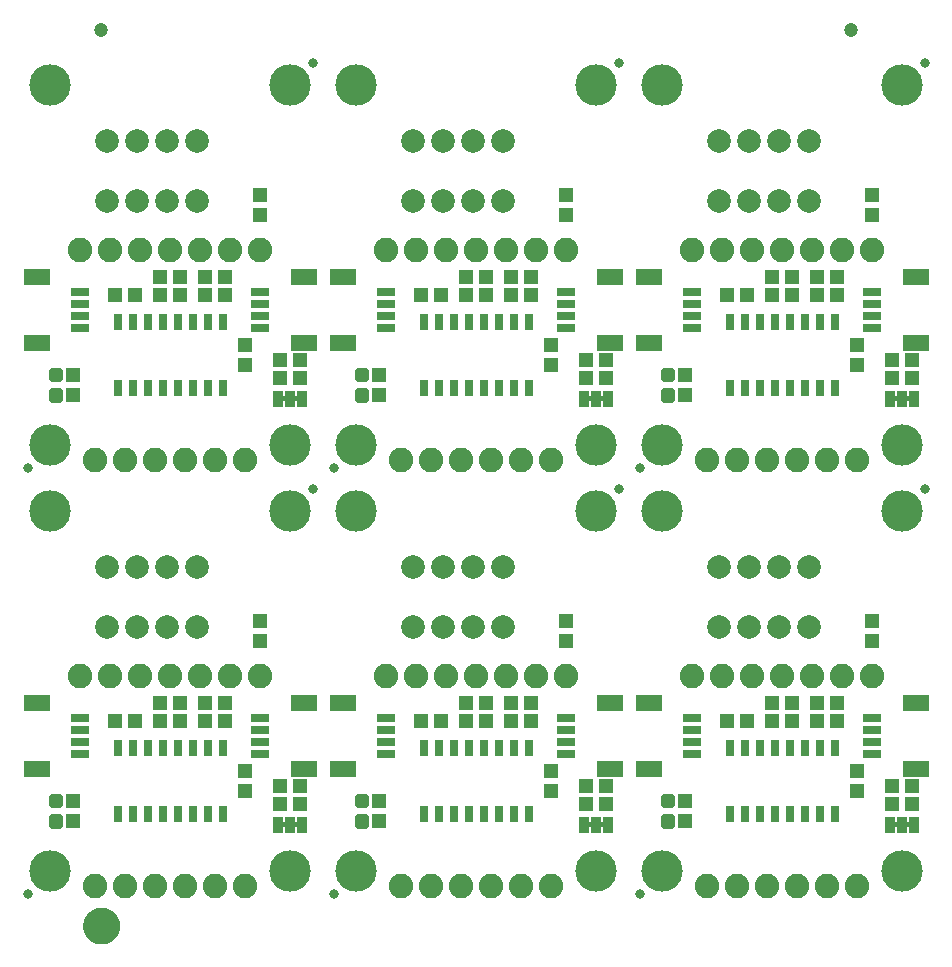
<source format=gts>
G75*
%MOIN*%
%OFA0B0*%
%FSLAX25Y25*%
%IPPOS*%
%LPD*%
%AMOC8*
5,1,8,0,0,1.08239X$1,22.5*
%
%ADD10C,0.13800*%
%ADD11C,0.03300*%
%ADD12R,0.08674X0.05524*%
%ADD13R,0.06115X0.03162*%
%ADD14C,0.08200*%
%ADD15C,0.01990*%
%ADD16R,0.03162X0.05524*%
%ADD17R,0.05131X0.04737*%
%ADD18R,0.04737X0.05131*%
%ADD19R,0.03300X0.05800*%
%ADD20C,0.00500*%
%ADD21C,0.07887*%
%ADD22C,0.04737*%
%ADD23C,0.05000*%
%ADD24C,0.06706*%
D10*
X0058342Y0038750D03*
X0138342Y0038750D03*
X0160342Y0038750D03*
X0240342Y0038750D03*
X0262342Y0038750D03*
X0342342Y0038750D03*
X0342342Y0158750D03*
X0342342Y0180750D03*
X0262342Y0180750D03*
X0240342Y0180750D03*
X0240342Y0158750D03*
X0262342Y0158750D03*
X0160342Y0158750D03*
X0138342Y0158750D03*
X0138342Y0180750D03*
X0160342Y0180750D03*
X0058342Y0180750D03*
X0058342Y0158750D03*
X0058342Y0300750D03*
X0138342Y0300750D03*
X0160342Y0300750D03*
X0240342Y0300750D03*
X0262342Y0300750D03*
X0342342Y0300750D03*
D11*
X0050842Y0031250D03*
X0152842Y0031250D03*
X0254842Y0031250D03*
X0247842Y0166250D03*
X0254842Y0173250D03*
X0349842Y0166250D03*
X0349842Y0308250D03*
X0247842Y0308250D03*
X0145842Y0308250D03*
X0152842Y0173250D03*
X0145842Y0166250D03*
X0050842Y0173250D03*
D12*
X0053873Y0214726D03*
X0053873Y0236774D03*
X0142810Y0236774D03*
X0155873Y0236774D03*
X0155873Y0214726D03*
X0142810Y0214726D03*
X0244810Y0214726D03*
X0257873Y0214726D03*
X0257873Y0236774D03*
X0244810Y0236774D03*
X0346810Y0236774D03*
X0346810Y0214726D03*
X0346810Y0094774D03*
X0346810Y0072726D03*
X0257873Y0072726D03*
X0244810Y0072726D03*
X0244810Y0094774D03*
X0257873Y0094774D03*
X0155873Y0094774D03*
X0142810Y0094774D03*
X0142810Y0072726D03*
X0155873Y0072726D03*
X0053873Y0072726D03*
X0053873Y0094774D03*
D13*
X0068342Y0089656D03*
X0068342Y0085719D03*
X0068342Y0081781D03*
X0068342Y0077844D03*
X0128342Y0077844D03*
X0128342Y0081781D03*
X0128342Y0085719D03*
X0128342Y0089656D03*
X0170342Y0089656D03*
X0170342Y0085719D03*
X0170342Y0081781D03*
X0170342Y0077844D03*
X0230342Y0077844D03*
X0230342Y0081781D03*
X0230342Y0085719D03*
X0230342Y0089656D03*
X0272342Y0089656D03*
X0272342Y0085719D03*
X0272342Y0081781D03*
X0272342Y0077844D03*
X0332342Y0077844D03*
X0332342Y0081781D03*
X0332342Y0085719D03*
X0332342Y0089656D03*
X0332342Y0219844D03*
X0332342Y0223781D03*
X0332342Y0227719D03*
X0332342Y0231656D03*
X0272342Y0231656D03*
X0272342Y0227719D03*
X0272342Y0223781D03*
X0272342Y0219844D03*
X0230342Y0219844D03*
X0230342Y0223781D03*
X0230342Y0227719D03*
X0230342Y0231656D03*
X0170342Y0231656D03*
X0170342Y0227719D03*
X0170342Y0223781D03*
X0170342Y0219844D03*
X0128342Y0219844D03*
X0128342Y0223781D03*
X0128342Y0227719D03*
X0128342Y0231656D03*
X0068342Y0231656D03*
X0068342Y0227719D03*
X0068342Y0223781D03*
X0068342Y0219844D03*
D14*
X0068342Y0245750D03*
X0078342Y0245750D03*
X0088342Y0245750D03*
X0098342Y0245750D03*
X0108342Y0245750D03*
X0118342Y0245750D03*
X0128342Y0245750D03*
X0170342Y0245750D03*
X0180342Y0245750D03*
X0190342Y0245750D03*
X0200342Y0245750D03*
X0210342Y0245750D03*
X0220342Y0245750D03*
X0230342Y0245750D03*
X0272342Y0245750D03*
X0282342Y0245750D03*
X0292342Y0245750D03*
X0302342Y0245750D03*
X0312342Y0245750D03*
X0322342Y0245750D03*
X0332342Y0245750D03*
X0327342Y0175750D03*
X0317342Y0175750D03*
X0307342Y0175750D03*
X0297342Y0175750D03*
X0287342Y0175750D03*
X0277342Y0175750D03*
X0225342Y0175750D03*
X0215342Y0175750D03*
X0205342Y0175750D03*
X0195342Y0175750D03*
X0185342Y0175750D03*
X0175342Y0175750D03*
X0123342Y0175750D03*
X0113342Y0175750D03*
X0103342Y0175750D03*
X0093342Y0175750D03*
X0083342Y0175750D03*
X0073342Y0175750D03*
X0078342Y0103750D03*
X0088342Y0103750D03*
X0098342Y0103750D03*
X0108342Y0103750D03*
X0118342Y0103750D03*
X0128342Y0103750D03*
X0170342Y0103750D03*
X0180342Y0103750D03*
X0190342Y0103750D03*
X0200342Y0103750D03*
X0210342Y0103750D03*
X0220342Y0103750D03*
X0230342Y0103750D03*
X0272342Y0103750D03*
X0282342Y0103750D03*
X0292342Y0103750D03*
X0302342Y0103750D03*
X0312342Y0103750D03*
X0322342Y0103750D03*
X0332342Y0103750D03*
X0327342Y0033750D03*
X0317342Y0033750D03*
X0307342Y0033750D03*
X0297342Y0033750D03*
X0287342Y0033750D03*
X0277342Y0033750D03*
X0225342Y0033750D03*
X0215342Y0033750D03*
X0205342Y0033750D03*
X0195342Y0033750D03*
X0185342Y0033750D03*
X0175342Y0033750D03*
X0123342Y0033750D03*
X0113342Y0033750D03*
X0103342Y0033750D03*
X0093342Y0033750D03*
X0083342Y0033750D03*
X0073342Y0033750D03*
X0068342Y0103750D03*
D15*
X0061715Y0060830D02*
X0058969Y0060830D01*
X0058969Y0063576D01*
X0061715Y0063576D01*
X0061715Y0060830D01*
X0061715Y0062720D02*
X0058969Y0062720D01*
X0058969Y0053924D02*
X0061715Y0053924D01*
X0058969Y0053924D02*
X0058969Y0056670D01*
X0061715Y0056670D01*
X0061715Y0053924D01*
X0061715Y0055814D02*
X0058969Y0055814D01*
X0160969Y0053924D02*
X0163715Y0053924D01*
X0160969Y0053924D02*
X0160969Y0056670D01*
X0163715Y0056670D01*
X0163715Y0053924D01*
X0163715Y0055814D02*
X0160969Y0055814D01*
X0160969Y0060830D02*
X0163715Y0060830D01*
X0160969Y0060830D02*
X0160969Y0063576D01*
X0163715Y0063576D01*
X0163715Y0060830D01*
X0163715Y0062720D02*
X0160969Y0062720D01*
X0262969Y0060830D02*
X0265715Y0060830D01*
X0262969Y0060830D02*
X0262969Y0063576D01*
X0265715Y0063576D01*
X0265715Y0060830D01*
X0265715Y0062720D02*
X0262969Y0062720D01*
X0262969Y0053924D02*
X0265715Y0053924D01*
X0262969Y0053924D02*
X0262969Y0056670D01*
X0265715Y0056670D01*
X0265715Y0053924D01*
X0265715Y0055814D02*
X0262969Y0055814D01*
X0262969Y0195924D02*
X0265715Y0195924D01*
X0262969Y0195924D02*
X0262969Y0198670D01*
X0265715Y0198670D01*
X0265715Y0195924D01*
X0265715Y0197814D02*
X0262969Y0197814D01*
X0262969Y0202830D02*
X0265715Y0202830D01*
X0262969Y0202830D02*
X0262969Y0205576D01*
X0265715Y0205576D01*
X0265715Y0202830D01*
X0265715Y0204720D02*
X0262969Y0204720D01*
X0163715Y0202830D02*
X0160969Y0202830D01*
X0160969Y0205576D01*
X0163715Y0205576D01*
X0163715Y0202830D01*
X0163715Y0204720D02*
X0160969Y0204720D01*
X0160969Y0195924D02*
X0163715Y0195924D01*
X0160969Y0195924D02*
X0160969Y0198670D01*
X0163715Y0198670D01*
X0163715Y0195924D01*
X0163715Y0197814D02*
X0160969Y0197814D01*
X0061715Y0195924D02*
X0058969Y0195924D01*
X0058969Y0198670D01*
X0061715Y0198670D01*
X0061715Y0195924D01*
X0061715Y0197814D02*
X0058969Y0197814D01*
X0058969Y0202830D02*
X0061715Y0202830D01*
X0058969Y0202830D02*
X0058969Y0205576D01*
X0061715Y0205576D01*
X0061715Y0202830D01*
X0061715Y0204720D02*
X0058969Y0204720D01*
D16*
X0080842Y0199726D03*
X0085842Y0199726D03*
X0090842Y0199726D03*
X0095842Y0199726D03*
X0100842Y0199726D03*
X0105842Y0199726D03*
X0110842Y0199726D03*
X0115842Y0199726D03*
X0115842Y0221774D03*
X0110842Y0221774D03*
X0105842Y0221774D03*
X0100842Y0221774D03*
X0095842Y0221774D03*
X0090842Y0221774D03*
X0085842Y0221774D03*
X0080842Y0221774D03*
X0182842Y0221774D03*
X0187842Y0221774D03*
X0192842Y0221774D03*
X0197842Y0221774D03*
X0202842Y0221774D03*
X0207842Y0221774D03*
X0212842Y0221774D03*
X0217842Y0221774D03*
X0217842Y0199726D03*
X0212842Y0199726D03*
X0207842Y0199726D03*
X0202842Y0199726D03*
X0197842Y0199726D03*
X0192842Y0199726D03*
X0187842Y0199726D03*
X0182842Y0199726D03*
X0284842Y0199726D03*
X0289842Y0199726D03*
X0294842Y0199726D03*
X0299842Y0199726D03*
X0304842Y0199726D03*
X0309842Y0199726D03*
X0314842Y0199726D03*
X0319842Y0199726D03*
X0319842Y0221774D03*
X0314842Y0221774D03*
X0309842Y0221774D03*
X0304842Y0221774D03*
X0299842Y0221774D03*
X0294842Y0221774D03*
X0289842Y0221774D03*
X0284842Y0221774D03*
X0284842Y0079774D03*
X0289842Y0079774D03*
X0294842Y0079774D03*
X0299842Y0079774D03*
X0304842Y0079774D03*
X0309842Y0079774D03*
X0314842Y0079774D03*
X0319842Y0079774D03*
X0319842Y0057726D03*
X0314842Y0057726D03*
X0309842Y0057726D03*
X0304842Y0057726D03*
X0299842Y0057726D03*
X0294842Y0057726D03*
X0289842Y0057726D03*
X0284842Y0057726D03*
X0217842Y0057726D03*
X0212842Y0057726D03*
X0207842Y0057726D03*
X0202842Y0057726D03*
X0197842Y0057726D03*
X0192842Y0057726D03*
X0187842Y0057726D03*
X0182842Y0057726D03*
X0182842Y0079774D03*
X0187842Y0079774D03*
X0192842Y0079774D03*
X0197842Y0079774D03*
X0202842Y0079774D03*
X0207842Y0079774D03*
X0212842Y0079774D03*
X0217842Y0079774D03*
X0115842Y0079774D03*
X0110842Y0079774D03*
X0105842Y0079774D03*
X0100842Y0079774D03*
X0095842Y0079774D03*
X0090842Y0079774D03*
X0085842Y0079774D03*
X0080842Y0079774D03*
X0080842Y0057726D03*
X0085842Y0057726D03*
X0090842Y0057726D03*
X0095842Y0057726D03*
X0100842Y0057726D03*
X0105842Y0057726D03*
X0110842Y0057726D03*
X0115842Y0057726D03*
D17*
X0134995Y0061250D03*
X0134995Y0067250D03*
X0141688Y0067250D03*
X0141688Y0061250D03*
X0116688Y0088750D03*
X0116688Y0094750D03*
X0109995Y0094750D03*
X0109995Y0088750D03*
X0101688Y0088750D03*
X0101688Y0094750D03*
X0094995Y0094750D03*
X0094995Y0088750D03*
X0086688Y0088750D03*
X0079995Y0088750D03*
X0181995Y0088750D03*
X0188688Y0088750D03*
X0196995Y0088750D03*
X0196995Y0094750D03*
X0203688Y0094750D03*
X0203688Y0088750D03*
X0211995Y0088750D03*
X0211995Y0094750D03*
X0218688Y0094750D03*
X0218688Y0088750D03*
X0236995Y0067250D03*
X0236995Y0061250D03*
X0243688Y0061250D03*
X0243688Y0067250D03*
X0283995Y0088750D03*
X0290688Y0088750D03*
X0298995Y0088750D03*
X0298995Y0094750D03*
X0305688Y0094750D03*
X0305688Y0088750D03*
X0313995Y0088750D03*
X0313995Y0094750D03*
X0320688Y0094750D03*
X0320688Y0088750D03*
X0338995Y0067250D03*
X0338995Y0061250D03*
X0345688Y0061250D03*
X0345688Y0067250D03*
X0345688Y0203250D03*
X0338995Y0203250D03*
X0338995Y0209250D03*
X0345688Y0209250D03*
X0320688Y0230750D03*
X0320688Y0236750D03*
X0313995Y0236750D03*
X0305688Y0236750D03*
X0305688Y0230750D03*
X0313995Y0230750D03*
X0298995Y0230750D03*
X0298995Y0236750D03*
X0290688Y0230750D03*
X0283995Y0230750D03*
X0243688Y0209250D03*
X0236995Y0209250D03*
X0236995Y0203250D03*
X0243688Y0203250D03*
X0218688Y0230750D03*
X0218688Y0236750D03*
X0211995Y0236750D03*
X0211995Y0230750D03*
X0203688Y0230750D03*
X0196995Y0230750D03*
X0196995Y0236750D03*
X0203688Y0236750D03*
X0188688Y0230750D03*
X0181995Y0230750D03*
X0141688Y0209250D03*
X0141688Y0203250D03*
X0134995Y0203250D03*
X0134995Y0209250D03*
X0116688Y0230750D03*
X0109995Y0230750D03*
X0109995Y0236750D03*
X0116688Y0236750D03*
X0101688Y0236750D03*
X0101688Y0230750D03*
X0094995Y0230750D03*
X0086688Y0230750D03*
X0079995Y0230750D03*
X0094995Y0236750D03*
D18*
X0123342Y0214096D03*
X0123342Y0207404D03*
X0167842Y0204096D03*
X0167842Y0197404D03*
X0225342Y0207404D03*
X0225342Y0214096D03*
X0269842Y0204096D03*
X0269842Y0197404D03*
X0327342Y0207404D03*
X0327342Y0214096D03*
X0332342Y0257404D03*
X0332342Y0264096D03*
X0230342Y0264096D03*
X0230342Y0257404D03*
X0128342Y0257404D03*
X0128342Y0264096D03*
X0065842Y0204096D03*
X0065842Y0197404D03*
X0128342Y0122096D03*
X0128342Y0115404D03*
X0123342Y0072096D03*
X0123342Y0065404D03*
X0167842Y0062096D03*
X0167842Y0055404D03*
X0225342Y0065404D03*
X0225342Y0072096D03*
X0269842Y0062096D03*
X0269842Y0055404D03*
X0327342Y0065404D03*
X0327342Y0072096D03*
X0332342Y0115404D03*
X0332342Y0122096D03*
X0230342Y0122096D03*
X0230342Y0115404D03*
X0065842Y0062096D03*
X0065842Y0055404D03*
D19*
X0134342Y0054250D03*
X0138342Y0054250D03*
X0142342Y0054250D03*
X0236342Y0054250D03*
X0240342Y0054250D03*
X0244342Y0054250D03*
X0338342Y0054250D03*
X0342342Y0054250D03*
X0346342Y0054250D03*
X0346342Y0196250D03*
X0342342Y0196250D03*
X0338342Y0196250D03*
X0244342Y0196250D03*
X0240342Y0196250D03*
X0236342Y0196250D03*
X0142342Y0196250D03*
X0138342Y0196250D03*
X0134342Y0196250D03*
D20*
X0135592Y0196250D02*
X0141092Y0196250D01*
X0141092Y0196748D02*
X0135592Y0196748D01*
X0135592Y0196750D02*
X0135592Y0195750D01*
X0141092Y0195750D01*
X0141092Y0196750D01*
X0135592Y0196750D01*
X0135592Y0195751D02*
X0141092Y0195751D01*
X0237592Y0195751D02*
X0243092Y0195751D01*
X0243092Y0195750D02*
X0237592Y0195750D01*
X0237592Y0196750D01*
X0243092Y0196750D01*
X0243092Y0195750D01*
X0243092Y0196250D02*
X0237592Y0196250D01*
X0237592Y0196748D02*
X0243092Y0196748D01*
X0339592Y0196748D02*
X0345092Y0196748D01*
X0345092Y0196750D02*
X0345092Y0195750D01*
X0339592Y0195750D01*
X0339592Y0196750D01*
X0345092Y0196750D01*
X0345092Y0196250D02*
X0339592Y0196250D01*
X0339592Y0195751D02*
X0345092Y0195751D01*
X0345092Y0054750D02*
X0339592Y0054750D01*
X0339592Y0053750D01*
X0345092Y0053750D01*
X0345092Y0054750D01*
X0345092Y0054673D02*
X0339592Y0054673D01*
X0339592Y0054174D02*
X0345092Y0054174D01*
X0243092Y0054174D02*
X0237592Y0054174D01*
X0237592Y0053750D02*
X0237592Y0054750D01*
X0243092Y0054750D01*
X0243092Y0053750D01*
X0237592Y0053750D01*
X0237592Y0054673D02*
X0243092Y0054673D01*
X0141092Y0054673D02*
X0135592Y0054673D01*
X0135592Y0054750D02*
X0135592Y0053750D01*
X0141092Y0053750D01*
X0141092Y0054750D01*
X0135592Y0054750D01*
X0135592Y0054174D02*
X0141092Y0054174D01*
D21*
X0107342Y0120250D03*
X0097342Y0120250D03*
X0087342Y0120250D03*
X0077342Y0120250D03*
X0077342Y0140250D03*
X0087342Y0140250D03*
X0097342Y0140250D03*
X0107342Y0140250D03*
X0179342Y0140250D03*
X0189342Y0140250D03*
X0199342Y0140250D03*
X0209342Y0140250D03*
X0209342Y0120250D03*
X0199342Y0120250D03*
X0189342Y0120250D03*
X0179342Y0120250D03*
X0281342Y0120250D03*
X0291342Y0120250D03*
X0301342Y0120250D03*
X0311342Y0120250D03*
X0311342Y0140250D03*
X0301342Y0140250D03*
X0291342Y0140250D03*
X0281342Y0140250D03*
X0281342Y0262250D03*
X0291342Y0262250D03*
X0301342Y0262250D03*
X0311342Y0262250D03*
X0311342Y0282250D03*
X0301342Y0282250D03*
X0291342Y0282250D03*
X0281342Y0282250D03*
X0209342Y0282250D03*
X0199342Y0282250D03*
X0189342Y0282250D03*
X0179342Y0282250D03*
X0179342Y0262250D03*
X0189342Y0262250D03*
X0199342Y0262250D03*
X0209342Y0262250D03*
X0107342Y0262250D03*
X0097342Y0262250D03*
X0087342Y0262250D03*
X0077342Y0262250D03*
X0077342Y0282250D03*
X0087342Y0282250D03*
X0097342Y0282250D03*
X0107342Y0282250D03*
D22*
X0075342Y0319000D03*
X0325342Y0319000D03*
D23*
X0071777Y0020500D02*
X0071779Y0020619D01*
X0071785Y0020738D01*
X0071795Y0020857D01*
X0071809Y0020975D01*
X0071827Y0021093D01*
X0071848Y0021210D01*
X0071874Y0021326D01*
X0071904Y0021442D01*
X0071937Y0021556D01*
X0071974Y0021669D01*
X0072015Y0021781D01*
X0072060Y0021892D01*
X0072108Y0022001D01*
X0072160Y0022108D01*
X0072216Y0022213D01*
X0072275Y0022317D01*
X0072337Y0022418D01*
X0072403Y0022518D01*
X0072472Y0022615D01*
X0072544Y0022709D01*
X0072620Y0022802D01*
X0072698Y0022891D01*
X0072779Y0022978D01*
X0072864Y0023063D01*
X0072951Y0023144D01*
X0073040Y0023222D01*
X0073133Y0023298D01*
X0073227Y0023370D01*
X0073324Y0023439D01*
X0073424Y0023505D01*
X0073525Y0023567D01*
X0073629Y0023626D01*
X0073734Y0023682D01*
X0073841Y0023734D01*
X0073950Y0023782D01*
X0074061Y0023827D01*
X0074173Y0023868D01*
X0074286Y0023905D01*
X0074400Y0023938D01*
X0074516Y0023968D01*
X0074632Y0023994D01*
X0074749Y0024015D01*
X0074867Y0024033D01*
X0074985Y0024047D01*
X0075104Y0024057D01*
X0075223Y0024063D01*
X0075342Y0024065D01*
X0075461Y0024063D01*
X0075580Y0024057D01*
X0075699Y0024047D01*
X0075817Y0024033D01*
X0075935Y0024015D01*
X0076052Y0023994D01*
X0076168Y0023968D01*
X0076284Y0023938D01*
X0076398Y0023905D01*
X0076511Y0023868D01*
X0076623Y0023827D01*
X0076734Y0023782D01*
X0076843Y0023734D01*
X0076950Y0023682D01*
X0077055Y0023626D01*
X0077159Y0023567D01*
X0077260Y0023505D01*
X0077360Y0023439D01*
X0077457Y0023370D01*
X0077551Y0023298D01*
X0077644Y0023222D01*
X0077733Y0023144D01*
X0077820Y0023063D01*
X0077905Y0022978D01*
X0077986Y0022891D01*
X0078064Y0022802D01*
X0078140Y0022709D01*
X0078212Y0022615D01*
X0078281Y0022518D01*
X0078347Y0022418D01*
X0078409Y0022317D01*
X0078468Y0022213D01*
X0078524Y0022108D01*
X0078576Y0022001D01*
X0078624Y0021892D01*
X0078669Y0021781D01*
X0078710Y0021669D01*
X0078747Y0021556D01*
X0078780Y0021442D01*
X0078810Y0021326D01*
X0078836Y0021210D01*
X0078857Y0021093D01*
X0078875Y0020975D01*
X0078889Y0020857D01*
X0078899Y0020738D01*
X0078905Y0020619D01*
X0078907Y0020500D01*
X0078905Y0020381D01*
X0078899Y0020262D01*
X0078889Y0020143D01*
X0078875Y0020025D01*
X0078857Y0019907D01*
X0078836Y0019790D01*
X0078810Y0019674D01*
X0078780Y0019558D01*
X0078747Y0019444D01*
X0078710Y0019331D01*
X0078669Y0019219D01*
X0078624Y0019108D01*
X0078576Y0018999D01*
X0078524Y0018892D01*
X0078468Y0018787D01*
X0078409Y0018683D01*
X0078347Y0018582D01*
X0078281Y0018482D01*
X0078212Y0018385D01*
X0078140Y0018291D01*
X0078064Y0018198D01*
X0077986Y0018109D01*
X0077905Y0018022D01*
X0077820Y0017937D01*
X0077733Y0017856D01*
X0077644Y0017778D01*
X0077551Y0017702D01*
X0077457Y0017630D01*
X0077360Y0017561D01*
X0077260Y0017495D01*
X0077159Y0017433D01*
X0077055Y0017374D01*
X0076950Y0017318D01*
X0076843Y0017266D01*
X0076734Y0017218D01*
X0076623Y0017173D01*
X0076511Y0017132D01*
X0076398Y0017095D01*
X0076284Y0017062D01*
X0076168Y0017032D01*
X0076052Y0017006D01*
X0075935Y0016985D01*
X0075817Y0016967D01*
X0075699Y0016953D01*
X0075580Y0016943D01*
X0075461Y0016937D01*
X0075342Y0016935D01*
X0075223Y0016937D01*
X0075104Y0016943D01*
X0074985Y0016953D01*
X0074867Y0016967D01*
X0074749Y0016985D01*
X0074632Y0017006D01*
X0074516Y0017032D01*
X0074400Y0017062D01*
X0074286Y0017095D01*
X0074173Y0017132D01*
X0074061Y0017173D01*
X0073950Y0017218D01*
X0073841Y0017266D01*
X0073734Y0017318D01*
X0073629Y0017374D01*
X0073525Y0017433D01*
X0073424Y0017495D01*
X0073324Y0017561D01*
X0073227Y0017630D01*
X0073133Y0017702D01*
X0073040Y0017778D01*
X0072951Y0017856D01*
X0072864Y0017937D01*
X0072779Y0018022D01*
X0072698Y0018109D01*
X0072620Y0018198D01*
X0072544Y0018291D01*
X0072472Y0018385D01*
X0072403Y0018482D01*
X0072337Y0018582D01*
X0072275Y0018683D01*
X0072216Y0018787D01*
X0072160Y0018892D01*
X0072108Y0018999D01*
X0072060Y0019108D01*
X0072015Y0019219D01*
X0071974Y0019331D01*
X0071937Y0019444D01*
X0071904Y0019558D01*
X0071874Y0019674D01*
X0071848Y0019790D01*
X0071827Y0019907D01*
X0071809Y0020025D01*
X0071795Y0020143D01*
X0071785Y0020262D01*
X0071779Y0020381D01*
X0071777Y0020500D01*
D24*
X0075342Y0020500D03*
M02*

</source>
